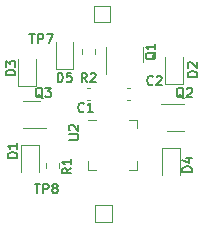
<source format=gbr>
%TF.GenerationSoftware,KiCad,Pcbnew,(7.0.0)*%
%TF.CreationDate,2023-12-02T15:30:32+10:30*%
%TF.ProjectId,ring_pcb_IR,72696e67-5f70-4636-925f-49522e6b6963,rev?*%
%TF.SameCoordinates,Original*%
%TF.FileFunction,Legend,Top*%
%TF.FilePolarity,Positive*%
%FSLAX46Y46*%
G04 Gerber Fmt 4.6, Leading zero omitted, Abs format (unit mm)*
G04 Created by KiCad (PCBNEW (7.0.0)) date 2023-12-02 15:30:32*
%MOMM*%
%LPD*%
G01*
G04 APERTURE LIST*
%ADD10C,0.200000*%
%ADD11C,0.120000*%
G04 APERTURE END LIST*
D10*
%TO.C,U2*%
X133732904Y-113385523D02*
X134380523Y-113385523D01*
X134380523Y-113385523D02*
X134456714Y-113347428D01*
X134456714Y-113347428D02*
X134494809Y-113309333D01*
X134494809Y-113309333D02*
X134532904Y-113233142D01*
X134532904Y-113233142D02*
X134532904Y-113080761D01*
X134532904Y-113080761D02*
X134494809Y-113004571D01*
X134494809Y-113004571D02*
X134456714Y-112966476D01*
X134456714Y-112966476D02*
X134380523Y-112928380D01*
X134380523Y-112928380D02*
X133732904Y-112928380D01*
X133809095Y-112585524D02*
X133771000Y-112547428D01*
X133771000Y-112547428D02*
X133732904Y-112471238D01*
X133732904Y-112471238D02*
X133732904Y-112280762D01*
X133732904Y-112280762D02*
X133771000Y-112204571D01*
X133771000Y-112204571D02*
X133809095Y-112166476D01*
X133809095Y-112166476D02*
X133885285Y-112128381D01*
X133885285Y-112128381D02*
X133961476Y-112128381D01*
X133961476Y-112128381D02*
X134075761Y-112166476D01*
X134075761Y-112166476D02*
X134532904Y-112623619D01*
X134532904Y-112623619D02*
X134532904Y-112128381D01*
%TO.C,R1*%
X133923304Y-115779532D02*
X133542352Y-116046199D01*
X133923304Y-116236675D02*
X133123304Y-116236675D01*
X133123304Y-116236675D02*
X133123304Y-115931913D01*
X133123304Y-115931913D02*
X133161400Y-115855723D01*
X133161400Y-115855723D02*
X133199495Y-115817628D01*
X133199495Y-115817628D02*
X133275685Y-115779532D01*
X133275685Y-115779532D02*
X133389971Y-115779532D01*
X133389971Y-115779532D02*
X133466161Y-115817628D01*
X133466161Y-115817628D02*
X133504257Y-115855723D01*
X133504257Y-115855723D02*
X133542352Y-115931913D01*
X133542352Y-115931913D02*
X133542352Y-116236675D01*
X133923304Y-115017628D02*
X133923304Y-115474771D01*
X133923304Y-115246199D02*
X133123304Y-115246199D01*
X133123304Y-115246199D02*
X133237590Y-115322390D01*
X133237590Y-115322390D02*
X133313780Y-115398580D01*
X133313780Y-115398580D02*
X133351876Y-115474771D01*
%TO.C,C1*%
X134994667Y-110961714D02*
X134956571Y-110999809D01*
X134956571Y-110999809D02*
X134842286Y-111037904D01*
X134842286Y-111037904D02*
X134766095Y-111037904D01*
X134766095Y-111037904D02*
X134651809Y-110999809D01*
X134651809Y-110999809D02*
X134575619Y-110923619D01*
X134575619Y-110923619D02*
X134537524Y-110847428D01*
X134537524Y-110847428D02*
X134499428Y-110695047D01*
X134499428Y-110695047D02*
X134499428Y-110580761D01*
X134499428Y-110580761D02*
X134537524Y-110428380D01*
X134537524Y-110428380D02*
X134575619Y-110352190D01*
X134575619Y-110352190D02*
X134651809Y-110276000D01*
X134651809Y-110276000D02*
X134766095Y-110237904D01*
X134766095Y-110237904D02*
X134842286Y-110237904D01*
X134842286Y-110237904D02*
X134956571Y-110276000D01*
X134956571Y-110276000D02*
X134994667Y-110314095D01*
X135756571Y-111037904D02*
X135299428Y-111037904D01*
X135528000Y-111037904D02*
X135528000Y-110237904D01*
X135528000Y-110237904D02*
X135451809Y-110352190D01*
X135451809Y-110352190D02*
X135375619Y-110428380D01*
X135375619Y-110428380D02*
X135299428Y-110466476D01*
%TO.C,Q1*%
X141086095Y-105994190D02*
X141048000Y-106070380D01*
X141048000Y-106070380D02*
X140971809Y-106146571D01*
X140971809Y-106146571D02*
X140857523Y-106260857D01*
X140857523Y-106260857D02*
X140819428Y-106337047D01*
X140819428Y-106337047D02*
X140819428Y-106413238D01*
X141009904Y-106375142D02*
X140971809Y-106451333D01*
X140971809Y-106451333D02*
X140895619Y-106527523D01*
X140895619Y-106527523D02*
X140743238Y-106565619D01*
X140743238Y-106565619D02*
X140476571Y-106565619D01*
X140476571Y-106565619D02*
X140324190Y-106527523D01*
X140324190Y-106527523D02*
X140248000Y-106451333D01*
X140248000Y-106451333D02*
X140209904Y-106375142D01*
X140209904Y-106375142D02*
X140209904Y-106222761D01*
X140209904Y-106222761D02*
X140248000Y-106146571D01*
X140248000Y-106146571D02*
X140324190Y-106070380D01*
X140324190Y-106070380D02*
X140476571Y-106032285D01*
X140476571Y-106032285D02*
X140743238Y-106032285D01*
X140743238Y-106032285D02*
X140895619Y-106070380D01*
X140895619Y-106070380D02*
X140971809Y-106146571D01*
X140971809Y-106146571D02*
X141009904Y-106222761D01*
X141009904Y-106222761D02*
X141009904Y-106375142D01*
X141009904Y-105270381D02*
X141009904Y-105727524D01*
X141009904Y-105498952D02*
X140209904Y-105498952D01*
X140209904Y-105498952D02*
X140324190Y-105575143D01*
X140324190Y-105575143D02*
X140400380Y-105651333D01*
X140400380Y-105651333D02*
X140438476Y-105727524D01*
%TO.C,D3*%
X129198904Y-107905475D02*
X128398904Y-107905475D01*
X128398904Y-107905475D02*
X128398904Y-107714999D01*
X128398904Y-107714999D02*
X128437000Y-107600713D01*
X128437000Y-107600713D02*
X128513190Y-107524523D01*
X128513190Y-107524523D02*
X128589380Y-107486428D01*
X128589380Y-107486428D02*
X128741761Y-107448332D01*
X128741761Y-107448332D02*
X128856047Y-107448332D01*
X128856047Y-107448332D02*
X129008428Y-107486428D01*
X129008428Y-107486428D02*
X129084619Y-107524523D01*
X129084619Y-107524523D02*
X129160809Y-107600713D01*
X129160809Y-107600713D02*
X129198904Y-107714999D01*
X129198904Y-107714999D02*
X129198904Y-107905475D01*
X128398904Y-107181666D02*
X128398904Y-106686428D01*
X128398904Y-106686428D02*
X128703666Y-106953094D01*
X128703666Y-106953094D02*
X128703666Y-106838809D01*
X128703666Y-106838809D02*
X128741761Y-106762618D01*
X128741761Y-106762618D02*
X128779857Y-106724523D01*
X128779857Y-106724523D02*
X128856047Y-106686428D01*
X128856047Y-106686428D02*
X129046523Y-106686428D01*
X129046523Y-106686428D02*
X129122714Y-106724523D01*
X129122714Y-106724523D02*
X129160809Y-106762618D01*
X129160809Y-106762618D02*
X129198904Y-106838809D01*
X129198904Y-106838809D02*
X129198904Y-107067380D01*
X129198904Y-107067380D02*
X129160809Y-107143571D01*
X129160809Y-107143571D02*
X129122714Y-107181666D01*
%TO.C,D1*%
X129325904Y-114890475D02*
X128525904Y-114890475D01*
X128525904Y-114890475D02*
X128525904Y-114699999D01*
X128525904Y-114699999D02*
X128564000Y-114585713D01*
X128564000Y-114585713D02*
X128640190Y-114509523D01*
X128640190Y-114509523D02*
X128716380Y-114471428D01*
X128716380Y-114471428D02*
X128868761Y-114433332D01*
X128868761Y-114433332D02*
X128983047Y-114433332D01*
X128983047Y-114433332D02*
X129135428Y-114471428D01*
X129135428Y-114471428D02*
X129211619Y-114509523D01*
X129211619Y-114509523D02*
X129287809Y-114585713D01*
X129287809Y-114585713D02*
X129325904Y-114699999D01*
X129325904Y-114699999D02*
X129325904Y-114890475D01*
X129325904Y-113671428D02*
X129325904Y-114128571D01*
X129325904Y-113899999D02*
X128525904Y-113899999D01*
X128525904Y-113899999D02*
X128640190Y-113976190D01*
X128640190Y-113976190D02*
X128716380Y-114052380D01*
X128716380Y-114052380D02*
X128754476Y-114128571D01*
%TO.C,D4*%
X144134104Y-116084375D02*
X143334104Y-116084375D01*
X143334104Y-116084375D02*
X143334104Y-115893899D01*
X143334104Y-115893899D02*
X143372200Y-115779613D01*
X143372200Y-115779613D02*
X143448390Y-115703423D01*
X143448390Y-115703423D02*
X143524580Y-115665328D01*
X143524580Y-115665328D02*
X143676961Y-115627232D01*
X143676961Y-115627232D02*
X143791247Y-115627232D01*
X143791247Y-115627232D02*
X143943628Y-115665328D01*
X143943628Y-115665328D02*
X144019819Y-115703423D01*
X144019819Y-115703423D02*
X144096009Y-115779613D01*
X144096009Y-115779613D02*
X144134104Y-115893899D01*
X144134104Y-115893899D02*
X144134104Y-116084375D01*
X143600771Y-114941518D02*
X144134104Y-114941518D01*
X143296009Y-115131994D02*
X143867438Y-115322471D01*
X143867438Y-115322471D02*
X143867438Y-114827232D01*
%TO.C,TP7*%
X130384676Y-104395904D02*
X130841819Y-104395904D01*
X130613247Y-105195904D02*
X130613247Y-104395904D01*
X131108486Y-105195904D02*
X131108486Y-104395904D01*
X131108486Y-104395904D02*
X131413248Y-104395904D01*
X131413248Y-104395904D02*
X131489438Y-104434000D01*
X131489438Y-104434000D02*
X131527533Y-104472095D01*
X131527533Y-104472095D02*
X131565629Y-104548285D01*
X131565629Y-104548285D02*
X131565629Y-104662571D01*
X131565629Y-104662571D02*
X131527533Y-104738761D01*
X131527533Y-104738761D02*
X131489438Y-104776857D01*
X131489438Y-104776857D02*
X131413248Y-104814952D01*
X131413248Y-104814952D02*
X131108486Y-104814952D01*
X131832295Y-104395904D02*
X132365629Y-104395904D01*
X132365629Y-104395904D02*
X132022771Y-105195904D01*
%TO.C,Q2*%
X143433809Y-109844095D02*
X143357619Y-109806000D01*
X143357619Y-109806000D02*
X143281428Y-109729809D01*
X143281428Y-109729809D02*
X143167142Y-109615523D01*
X143167142Y-109615523D02*
X143090952Y-109577428D01*
X143090952Y-109577428D02*
X143014761Y-109577428D01*
X143052857Y-109767904D02*
X142976666Y-109729809D01*
X142976666Y-109729809D02*
X142900476Y-109653619D01*
X142900476Y-109653619D02*
X142862380Y-109501238D01*
X142862380Y-109501238D02*
X142862380Y-109234571D01*
X142862380Y-109234571D02*
X142900476Y-109082190D01*
X142900476Y-109082190D02*
X142976666Y-109006000D01*
X142976666Y-109006000D02*
X143052857Y-108967904D01*
X143052857Y-108967904D02*
X143205238Y-108967904D01*
X143205238Y-108967904D02*
X143281428Y-109006000D01*
X143281428Y-109006000D02*
X143357619Y-109082190D01*
X143357619Y-109082190D02*
X143395714Y-109234571D01*
X143395714Y-109234571D02*
X143395714Y-109501238D01*
X143395714Y-109501238D02*
X143357619Y-109653619D01*
X143357619Y-109653619D02*
X143281428Y-109729809D01*
X143281428Y-109729809D02*
X143205238Y-109767904D01*
X143205238Y-109767904D02*
X143052857Y-109767904D01*
X143700475Y-109044095D02*
X143738571Y-109006000D01*
X143738571Y-109006000D02*
X143814761Y-108967904D01*
X143814761Y-108967904D02*
X144005237Y-108967904D01*
X144005237Y-108967904D02*
X144081428Y-109006000D01*
X144081428Y-109006000D02*
X144119523Y-109044095D01*
X144119523Y-109044095D02*
X144157618Y-109120285D01*
X144157618Y-109120285D02*
X144157618Y-109196476D01*
X144157618Y-109196476D02*
X144119523Y-109310761D01*
X144119523Y-109310761D02*
X143662380Y-109767904D01*
X143662380Y-109767904D02*
X144157618Y-109767904D01*
%TO.C,TP8*%
X130816476Y-117095904D02*
X131273619Y-117095904D01*
X131045047Y-117895904D02*
X131045047Y-117095904D01*
X131540286Y-117895904D02*
X131540286Y-117095904D01*
X131540286Y-117095904D02*
X131845048Y-117095904D01*
X131845048Y-117095904D02*
X131921238Y-117134000D01*
X131921238Y-117134000D02*
X131959333Y-117172095D01*
X131959333Y-117172095D02*
X131997429Y-117248285D01*
X131997429Y-117248285D02*
X131997429Y-117362571D01*
X131997429Y-117362571D02*
X131959333Y-117438761D01*
X131959333Y-117438761D02*
X131921238Y-117476857D01*
X131921238Y-117476857D02*
X131845048Y-117514952D01*
X131845048Y-117514952D02*
X131540286Y-117514952D01*
X132454571Y-117438761D02*
X132378381Y-117400666D01*
X132378381Y-117400666D02*
X132340286Y-117362571D01*
X132340286Y-117362571D02*
X132302190Y-117286380D01*
X132302190Y-117286380D02*
X132302190Y-117248285D01*
X132302190Y-117248285D02*
X132340286Y-117172095D01*
X132340286Y-117172095D02*
X132378381Y-117134000D01*
X132378381Y-117134000D02*
X132454571Y-117095904D01*
X132454571Y-117095904D02*
X132606952Y-117095904D01*
X132606952Y-117095904D02*
X132683143Y-117134000D01*
X132683143Y-117134000D02*
X132721238Y-117172095D01*
X132721238Y-117172095D02*
X132759333Y-117248285D01*
X132759333Y-117248285D02*
X132759333Y-117286380D01*
X132759333Y-117286380D02*
X132721238Y-117362571D01*
X132721238Y-117362571D02*
X132683143Y-117400666D01*
X132683143Y-117400666D02*
X132606952Y-117438761D01*
X132606952Y-117438761D02*
X132454571Y-117438761D01*
X132454571Y-117438761D02*
X132378381Y-117476857D01*
X132378381Y-117476857D02*
X132340286Y-117514952D01*
X132340286Y-117514952D02*
X132302190Y-117591142D01*
X132302190Y-117591142D02*
X132302190Y-117743523D01*
X132302190Y-117743523D02*
X132340286Y-117819714D01*
X132340286Y-117819714D02*
X132378381Y-117857809D01*
X132378381Y-117857809D02*
X132454571Y-117895904D01*
X132454571Y-117895904D02*
X132606952Y-117895904D01*
X132606952Y-117895904D02*
X132683143Y-117857809D01*
X132683143Y-117857809D02*
X132721238Y-117819714D01*
X132721238Y-117819714D02*
X132759333Y-117743523D01*
X132759333Y-117743523D02*
X132759333Y-117591142D01*
X132759333Y-117591142D02*
X132721238Y-117514952D01*
X132721238Y-117514952D02*
X132683143Y-117476857D01*
X132683143Y-117476857D02*
X132606952Y-117438761D01*
%TO.C,Q3*%
X131495809Y-109844095D02*
X131419619Y-109806000D01*
X131419619Y-109806000D02*
X131343428Y-109729809D01*
X131343428Y-109729809D02*
X131229142Y-109615523D01*
X131229142Y-109615523D02*
X131152952Y-109577428D01*
X131152952Y-109577428D02*
X131076761Y-109577428D01*
X131114857Y-109767904D02*
X131038666Y-109729809D01*
X131038666Y-109729809D02*
X130962476Y-109653619D01*
X130962476Y-109653619D02*
X130924380Y-109501238D01*
X130924380Y-109501238D02*
X130924380Y-109234571D01*
X130924380Y-109234571D02*
X130962476Y-109082190D01*
X130962476Y-109082190D02*
X131038666Y-109006000D01*
X131038666Y-109006000D02*
X131114857Y-108967904D01*
X131114857Y-108967904D02*
X131267238Y-108967904D01*
X131267238Y-108967904D02*
X131343428Y-109006000D01*
X131343428Y-109006000D02*
X131419619Y-109082190D01*
X131419619Y-109082190D02*
X131457714Y-109234571D01*
X131457714Y-109234571D02*
X131457714Y-109501238D01*
X131457714Y-109501238D02*
X131419619Y-109653619D01*
X131419619Y-109653619D02*
X131343428Y-109729809D01*
X131343428Y-109729809D02*
X131267238Y-109767904D01*
X131267238Y-109767904D02*
X131114857Y-109767904D01*
X131724380Y-108967904D02*
X132219618Y-108967904D01*
X132219618Y-108967904D02*
X131952952Y-109272666D01*
X131952952Y-109272666D02*
X132067237Y-109272666D01*
X132067237Y-109272666D02*
X132143428Y-109310761D01*
X132143428Y-109310761D02*
X132181523Y-109348857D01*
X132181523Y-109348857D02*
X132219618Y-109425047D01*
X132219618Y-109425047D02*
X132219618Y-109615523D01*
X132219618Y-109615523D02*
X132181523Y-109691714D01*
X132181523Y-109691714D02*
X132143428Y-109729809D01*
X132143428Y-109729809D02*
X132067237Y-109767904D01*
X132067237Y-109767904D02*
X131838666Y-109767904D01*
X131838666Y-109767904D02*
X131762475Y-109729809D01*
X131762475Y-109729809D02*
X131724380Y-109691714D01*
%TO.C,D2*%
X144565904Y-108032475D02*
X143765904Y-108032475D01*
X143765904Y-108032475D02*
X143765904Y-107841999D01*
X143765904Y-107841999D02*
X143804000Y-107727713D01*
X143804000Y-107727713D02*
X143880190Y-107651523D01*
X143880190Y-107651523D02*
X143956380Y-107613428D01*
X143956380Y-107613428D02*
X144108761Y-107575332D01*
X144108761Y-107575332D02*
X144223047Y-107575332D01*
X144223047Y-107575332D02*
X144375428Y-107613428D01*
X144375428Y-107613428D02*
X144451619Y-107651523D01*
X144451619Y-107651523D02*
X144527809Y-107727713D01*
X144527809Y-107727713D02*
X144565904Y-107841999D01*
X144565904Y-107841999D02*
X144565904Y-108032475D01*
X143842095Y-107270571D02*
X143804000Y-107232475D01*
X143804000Y-107232475D02*
X143765904Y-107156285D01*
X143765904Y-107156285D02*
X143765904Y-106965809D01*
X143765904Y-106965809D02*
X143804000Y-106889618D01*
X143804000Y-106889618D02*
X143842095Y-106851523D01*
X143842095Y-106851523D02*
X143918285Y-106813428D01*
X143918285Y-106813428D02*
X143994476Y-106813428D01*
X143994476Y-106813428D02*
X144108761Y-106851523D01*
X144108761Y-106851523D02*
X144565904Y-107308666D01*
X144565904Y-107308666D02*
X144565904Y-106813428D01*
%TO.C,C2*%
X140836667Y-108675714D02*
X140798571Y-108713809D01*
X140798571Y-108713809D02*
X140684286Y-108751904D01*
X140684286Y-108751904D02*
X140608095Y-108751904D01*
X140608095Y-108751904D02*
X140493809Y-108713809D01*
X140493809Y-108713809D02*
X140417619Y-108637619D01*
X140417619Y-108637619D02*
X140379524Y-108561428D01*
X140379524Y-108561428D02*
X140341428Y-108409047D01*
X140341428Y-108409047D02*
X140341428Y-108294761D01*
X140341428Y-108294761D02*
X140379524Y-108142380D01*
X140379524Y-108142380D02*
X140417619Y-108066190D01*
X140417619Y-108066190D02*
X140493809Y-107990000D01*
X140493809Y-107990000D02*
X140608095Y-107951904D01*
X140608095Y-107951904D02*
X140684286Y-107951904D01*
X140684286Y-107951904D02*
X140798571Y-107990000D01*
X140798571Y-107990000D02*
X140836667Y-108028095D01*
X141141428Y-108028095D02*
X141179524Y-107990000D01*
X141179524Y-107990000D02*
X141255714Y-107951904D01*
X141255714Y-107951904D02*
X141446190Y-107951904D01*
X141446190Y-107951904D02*
X141522381Y-107990000D01*
X141522381Y-107990000D02*
X141560476Y-108028095D01*
X141560476Y-108028095D02*
X141598571Y-108104285D01*
X141598571Y-108104285D02*
X141598571Y-108180476D01*
X141598571Y-108180476D02*
X141560476Y-108294761D01*
X141560476Y-108294761D02*
X141103333Y-108751904D01*
X141103333Y-108751904D02*
X141598571Y-108751904D01*
%TO.C,D5*%
X132759524Y-108497904D02*
X132759524Y-107697904D01*
X132759524Y-107697904D02*
X132950000Y-107697904D01*
X132950000Y-107697904D02*
X133064286Y-107736000D01*
X133064286Y-107736000D02*
X133140476Y-107812190D01*
X133140476Y-107812190D02*
X133178571Y-107888380D01*
X133178571Y-107888380D02*
X133216667Y-108040761D01*
X133216667Y-108040761D02*
X133216667Y-108155047D01*
X133216667Y-108155047D02*
X133178571Y-108307428D01*
X133178571Y-108307428D02*
X133140476Y-108383619D01*
X133140476Y-108383619D02*
X133064286Y-108459809D01*
X133064286Y-108459809D02*
X132950000Y-108497904D01*
X132950000Y-108497904D02*
X132759524Y-108497904D01*
X133940476Y-107697904D02*
X133559524Y-107697904D01*
X133559524Y-107697904D02*
X133521428Y-108078857D01*
X133521428Y-108078857D02*
X133559524Y-108040761D01*
X133559524Y-108040761D02*
X133635714Y-108002666D01*
X133635714Y-108002666D02*
X133826190Y-108002666D01*
X133826190Y-108002666D02*
X133902381Y-108040761D01*
X133902381Y-108040761D02*
X133940476Y-108078857D01*
X133940476Y-108078857D02*
X133978571Y-108155047D01*
X133978571Y-108155047D02*
X133978571Y-108345523D01*
X133978571Y-108345523D02*
X133940476Y-108421714D01*
X133940476Y-108421714D02*
X133902381Y-108459809D01*
X133902381Y-108459809D02*
X133826190Y-108497904D01*
X133826190Y-108497904D02*
X133635714Y-108497904D01*
X133635714Y-108497904D02*
X133559524Y-108459809D01*
X133559524Y-108459809D02*
X133521428Y-108421714D01*
%TO.C,R2*%
X135248667Y-108497904D02*
X134982000Y-108116952D01*
X134791524Y-108497904D02*
X134791524Y-107697904D01*
X134791524Y-107697904D02*
X135096286Y-107697904D01*
X135096286Y-107697904D02*
X135172476Y-107736000D01*
X135172476Y-107736000D02*
X135210571Y-107774095D01*
X135210571Y-107774095D02*
X135248667Y-107850285D01*
X135248667Y-107850285D02*
X135248667Y-107964571D01*
X135248667Y-107964571D02*
X135210571Y-108040761D01*
X135210571Y-108040761D02*
X135172476Y-108078857D01*
X135172476Y-108078857D02*
X135096286Y-108116952D01*
X135096286Y-108116952D02*
X134791524Y-108116952D01*
X135553428Y-107774095D02*
X135591524Y-107736000D01*
X135591524Y-107736000D02*
X135667714Y-107697904D01*
X135667714Y-107697904D02*
X135858190Y-107697904D01*
X135858190Y-107697904D02*
X135934381Y-107736000D01*
X135934381Y-107736000D02*
X135972476Y-107774095D01*
X135972476Y-107774095D02*
X136010571Y-107850285D01*
X136010571Y-107850285D02*
X136010571Y-107926476D01*
X136010571Y-107926476D02*
X135972476Y-108040761D01*
X135972476Y-108040761D02*
X135515333Y-108497904D01*
X135515333Y-108497904D02*
X136010571Y-108497904D01*
D11*
%TO.C,U2*%
X139524000Y-111682000D02*
X139524000Y-112407000D01*
X136029000Y-111682000D02*
X135304000Y-111682000D01*
X135304000Y-115902000D02*
X135304000Y-115177000D01*
X138799000Y-115902000D02*
X139524000Y-115902000D01*
X138799000Y-111682000D02*
X139524000Y-111682000D01*
X139524000Y-115902000D02*
X139524000Y-115177000D01*
X136029000Y-115902000D02*
X135304000Y-115902000D01*
%TO.C,R1*%
X131811500Y-115807258D02*
X131811500Y-115332742D01*
X132856500Y-115807258D02*
X132856500Y-115332742D01*
%TO.C,C1*%
X135241420Y-108964000D02*
X135522580Y-108964000D01*
X135241420Y-109984000D02*
X135522580Y-109984000D01*
%TO.C,Q1*%
X136870000Y-106172000D02*
X136870000Y-107847000D01*
X136870000Y-106172000D02*
X136870000Y-105522000D01*
X139990000Y-106172000D02*
X139990000Y-106822000D01*
X139990000Y-106172000D02*
X139990000Y-105522000D01*
%TO.C,D3*%
X129440000Y-108800000D02*
X130910000Y-108800000D01*
X130910000Y-108800000D02*
X130910000Y-106515000D01*
X129440000Y-106515000D02*
X129440000Y-108800000D01*
%TO.C,D1*%
X131164000Y-113831000D02*
X129694000Y-113831000D01*
X129694000Y-113831000D02*
X129694000Y-116116000D01*
X131164000Y-116116000D02*
X131164000Y-113831000D01*
%TO.C,D4*%
X143102000Y-114085000D02*
X141632000Y-114085000D01*
X141632000Y-114085000D02*
X141632000Y-116370000D01*
X143102000Y-116370000D02*
X143102000Y-114085000D01*
%TO.C,TP7*%
X135825000Y-102043000D02*
X137225000Y-102043000D01*
X135825000Y-103443000D02*
X135825000Y-102043000D01*
X137225000Y-102043000D02*
X137225000Y-103443000D01*
X137225000Y-103443000D02*
X135825000Y-103443000D01*
%TO.C,Q2*%
X142048000Y-112666000D02*
X143448000Y-112666000D01*
X143448000Y-110346000D02*
X141548000Y-110346000D01*
%TO.C,TP8*%
X135952000Y-118934000D02*
X137352000Y-118934000D01*
X135952000Y-120334000D02*
X135952000Y-118934000D01*
X137352000Y-118934000D02*
X137352000Y-120334000D01*
X137352000Y-120334000D02*
X135952000Y-120334000D01*
%TO.C,Q3*%
X131256000Y-110092000D02*
X129856000Y-110092000D01*
X129856000Y-112412000D02*
X131756000Y-112412000D01*
%TO.C,D2*%
X141886000Y-108673000D02*
X143356000Y-108673000D01*
X143356000Y-108673000D02*
X143356000Y-106388000D01*
X141886000Y-106388000D02*
X141886000Y-108673000D01*
%TO.C,C2*%
X138926180Y-109984000D02*
X138645020Y-109984000D01*
X138926180Y-108964000D02*
X138645020Y-108964000D01*
%TO.C,D5*%
X132615000Y-107403000D02*
X134085000Y-107403000D01*
X134085000Y-107403000D02*
X134085000Y-105118000D01*
X132615000Y-105118000D02*
X132615000Y-107403000D01*
%TO.C,R2*%
X134859500Y-106155258D02*
X134859500Y-105680742D01*
X135904500Y-106155258D02*
X135904500Y-105680742D01*
%TD*%
M02*

</source>
